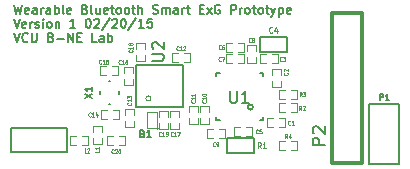
<source format=gto>
G04 (created by PCBNEW (2013-07-07 BZR 4022)-stable) date 2/20/2015 11:38:31 AM*
%MOIN*%
G04 Gerber Fmt 3.4, Leading zero omitted, Abs format*
%FSLAX34Y34*%
G01*
G70*
G90*
G04 APERTURE LIST*
%ADD10C,0.00590551*%
%ADD11C,0.005*%
%ADD12C,0.00295276*%
%ADD13C,0.0028*%
%ADD14C,0.012*%
%ADD15C,0.006*%
%ADD16C,0.0045*%
%ADD17C,0.008*%
G04 APERTURE END LIST*
G54D10*
G54D11*
X105011Y-49963D02*
X105082Y-50263D01*
X105139Y-50048D01*
X105197Y-50263D01*
X105268Y-49963D01*
X105497Y-50248D02*
X105468Y-50263D01*
X105411Y-50263D01*
X105382Y-50248D01*
X105368Y-50220D01*
X105368Y-50106D01*
X105382Y-50077D01*
X105411Y-50063D01*
X105468Y-50063D01*
X105497Y-50077D01*
X105511Y-50106D01*
X105511Y-50134D01*
X105368Y-50163D01*
X105768Y-50263D02*
X105768Y-50106D01*
X105754Y-50077D01*
X105725Y-50063D01*
X105668Y-50063D01*
X105639Y-50077D01*
X105768Y-50248D02*
X105739Y-50263D01*
X105668Y-50263D01*
X105639Y-50248D01*
X105625Y-50220D01*
X105625Y-50191D01*
X105639Y-50163D01*
X105668Y-50148D01*
X105739Y-50148D01*
X105768Y-50134D01*
X105911Y-50263D02*
X105911Y-50063D01*
X105911Y-50120D02*
X105925Y-50091D01*
X105939Y-50077D01*
X105968Y-50063D01*
X105997Y-50063D01*
X106225Y-50263D02*
X106225Y-50106D01*
X106211Y-50077D01*
X106182Y-50063D01*
X106125Y-50063D01*
X106097Y-50077D01*
X106225Y-50248D02*
X106197Y-50263D01*
X106125Y-50263D01*
X106097Y-50248D01*
X106082Y-50220D01*
X106082Y-50191D01*
X106097Y-50163D01*
X106125Y-50148D01*
X106197Y-50148D01*
X106225Y-50134D01*
X106368Y-50263D02*
X106368Y-49963D01*
X106368Y-50077D02*
X106397Y-50063D01*
X106454Y-50063D01*
X106482Y-50077D01*
X106497Y-50091D01*
X106511Y-50120D01*
X106511Y-50206D01*
X106497Y-50234D01*
X106482Y-50248D01*
X106454Y-50263D01*
X106397Y-50263D01*
X106368Y-50248D01*
X106682Y-50263D02*
X106654Y-50248D01*
X106639Y-50220D01*
X106639Y-49963D01*
X106911Y-50248D02*
X106882Y-50263D01*
X106825Y-50263D01*
X106797Y-50248D01*
X106782Y-50220D01*
X106782Y-50106D01*
X106797Y-50077D01*
X106825Y-50063D01*
X106882Y-50063D01*
X106911Y-50077D01*
X106925Y-50106D01*
X106925Y-50134D01*
X106782Y-50163D01*
X107382Y-50106D02*
X107425Y-50120D01*
X107439Y-50134D01*
X107454Y-50163D01*
X107454Y-50206D01*
X107439Y-50234D01*
X107425Y-50248D01*
X107397Y-50263D01*
X107282Y-50263D01*
X107282Y-49963D01*
X107382Y-49963D01*
X107411Y-49977D01*
X107425Y-49991D01*
X107439Y-50020D01*
X107439Y-50048D01*
X107425Y-50077D01*
X107411Y-50091D01*
X107382Y-50106D01*
X107282Y-50106D01*
X107625Y-50263D02*
X107597Y-50248D01*
X107582Y-50220D01*
X107582Y-49963D01*
X107868Y-50063D02*
X107868Y-50263D01*
X107739Y-50063D02*
X107739Y-50220D01*
X107754Y-50248D01*
X107782Y-50263D01*
X107825Y-50263D01*
X107854Y-50248D01*
X107868Y-50234D01*
X108125Y-50248D02*
X108097Y-50263D01*
X108039Y-50263D01*
X108011Y-50248D01*
X107997Y-50220D01*
X107997Y-50106D01*
X108011Y-50077D01*
X108039Y-50063D01*
X108097Y-50063D01*
X108125Y-50077D01*
X108139Y-50106D01*
X108139Y-50134D01*
X107997Y-50163D01*
X108225Y-50063D02*
X108339Y-50063D01*
X108268Y-49963D02*
X108268Y-50220D01*
X108282Y-50248D01*
X108311Y-50263D01*
X108339Y-50263D01*
X108482Y-50263D02*
X108454Y-50248D01*
X108439Y-50234D01*
X108425Y-50206D01*
X108425Y-50120D01*
X108439Y-50091D01*
X108454Y-50077D01*
X108482Y-50063D01*
X108525Y-50063D01*
X108554Y-50077D01*
X108568Y-50091D01*
X108582Y-50120D01*
X108582Y-50206D01*
X108568Y-50234D01*
X108554Y-50248D01*
X108525Y-50263D01*
X108482Y-50263D01*
X108754Y-50263D02*
X108725Y-50248D01*
X108711Y-50234D01*
X108697Y-50206D01*
X108697Y-50120D01*
X108711Y-50091D01*
X108725Y-50077D01*
X108754Y-50063D01*
X108797Y-50063D01*
X108825Y-50077D01*
X108839Y-50091D01*
X108854Y-50120D01*
X108854Y-50206D01*
X108839Y-50234D01*
X108825Y-50248D01*
X108797Y-50263D01*
X108754Y-50263D01*
X108939Y-50063D02*
X109054Y-50063D01*
X108982Y-49963D02*
X108982Y-50220D01*
X108997Y-50248D01*
X109025Y-50263D01*
X109054Y-50263D01*
X109154Y-50263D02*
X109154Y-49963D01*
X109282Y-50263D02*
X109282Y-50106D01*
X109268Y-50077D01*
X109239Y-50063D01*
X109197Y-50063D01*
X109168Y-50077D01*
X109154Y-50091D01*
X109639Y-50248D02*
X109682Y-50263D01*
X109754Y-50263D01*
X109782Y-50248D01*
X109797Y-50234D01*
X109811Y-50206D01*
X109811Y-50177D01*
X109797Y-50148D01*
X109782Y-50134D01*
X109754Y-50120D01*
X109697Y-50106D01*
X109668Y-50091D01*
X109654Y-50077D01*
X109639Y-50048D01*
X109639Y-50020D01*
X109654Y-49991D01*
X109668Y-49977D01*
X109697Y-49963D01*
X109768Y-49963D01*
X109811Y-49977D01*
X109939Y-50263D02*
X109939Y-50063D01*
X109939Y-50091D02*
X109954Y-50077D01*
X109982Y-50063D01*
X110025Y-50063D01*
X110054Y-50077D01*
X110068Y-50106D01*
X110068Y-50263D01*
X110068Y-50106D02*
X110082Y-50077D01*
X110111Y-50063D01*
X110154Y-50063D01*
X110182Y-50077D01*
X110197Y-50106D01*
X110197Y-50263D01*
X110468Y-50263D02*
X110468Y-50106D01*
X110454Y-50077D01*
X110425Y-50063D01*
X110368Y-50063D01*
X110339Y-50077D01*
X110468Y-50248D02*
X110439Y-50263D01*
X110368Y-50263D01*
X110339Y-50248D01*
X110325Y-50220D01*
X110325Y-50191D01*
X110339Y-50163D01*
X110368Y-50148D01*
X110439Y-50148D01*
X110468Y-50134D01*
X110611Y-50263D02*
X110611Y-50063D01*
X110611Y-50120D02*
X110625Y-50091D01*
X110639Y-50077D01*
X110668Y-50063D01*
X110697Y-50063D01*
X110754Y-50063D02*
X110868Y-50063D01*
X110797Y-49963D02*
X110797Y-50220D01*
X110811Y-50248D01*
X110839Y-50263D01*
X110868Y-50263D01*
X111197Y-50106D02*
X111297Y-50106D01*
X111339Y-50263D02*
X111197Y-50263D01*
X111197Y-49963D01*
X111339Y-49963D01*
X111439Y-50263D02*
X111597Y-50063D01*
X111439Y-50063D02*
X111597Y-50263D01*
X111868Y-49977D02*
X111839Y-49963D01*
X111797Y-49963D01*
X111754Y-49977D01*
X111725Y-50006D01*
X111711Y-50034D01*
X111697Y-50091D01*
X111697Y-50134D01*
X111711Y-50191D01*
X111725Y-50220D01*
X111754Y-50248D01*
X111797Y-50263D01*
X111825Y-50263D01*
X111868Y-50248D01*
X111882Y-50234D01*
X111882Y-50134D01*
X111825Y-50134D01*
X112239Y-50263D02*
X112239Y-49963D01*
X112354Y-49963D01*
X112382Y-49977D01*
X112397Y-49991D01*
X112411Y-50020D01*
X112411Y-50063D01*
X112397Y-50091D01*
X112382Y-50106D01*
X112354Y-50120D01*
X112239Y-50120D01*
X112539Y-50263D02*
X112539Y-50063D01*
X112539Y-50120D02*
X112554Y-50091D01*
X112568Y-50077D01*
X112597Y-50063D01*
X112625Y-50063D01*
X112768Y-50263D02*
X112739Y-50248D01*
X112725Y-50234D01*
X112711Y-50206D01*
X112711Y-50120D01*
X112725Y-50091D01*
X112739Y-50077D01*
X112768Y-50063D01*
X112811Y-50063D01*
X112839Y-50077D01*
X112854Y-50091D01*
X112868Y-50120D01*
X112868Y-50206D01*
X112854Y-50234D01*
X112839Y-50248D01*
X112811Y-50263D01*
X112768Y-50263D01*
X112954Y-50063D02*
X113068Y-50063D01*
X112997Y-49963D02*
X112997Y-50220D01*
X113011Y-50248D01*
X113039Y-50263D01*
X113068Y-50263D01*
X113211Y-50263D02*
X113182Y-50248D01*
X113168Y-50234D01*
X113154Y-50206D01*
X113154Y-50120D01*
X113168Y-50091D01*
X113182Y-50077D01*
X113211Y-50063D01*
X113254Y-50063D01*
X113282Y-50077D01*
X113297Y-50091D01*
X113311Y-50120D01*
X113311Y-50206D01*
X113297Y-50234D01*
X113282Y-50248D01*
X113254Y-50263D01*
X113211Y-50263D01*
X113397Y-50063D02*
X113511Y-50063D01*
X113439Y-49963D02*
X113439Y-50220D01*
X113454Y-50248D01*
X113482Y-50263D01*
X113511Y-50263D01*
X113582Y-50063D02*
X113654Y-50263D01*
X113725Y-50063D02*
X113654Y-50263D01*
X113625Y-50334D01*
X113611Y-50348D01*
X113582Y-50363D01*
X113839Y-50063D02*
X113839Y-50363D01*
X113839Y-50077D02*
X113868Y-50063D01*
X113925Y-50063D01*
X113954Y-50077D01*
X113968Y-50091D01*
X113982Y-50120D01*
X113982Y-50206D01*
X113968Y-50234D01*
X113954Y-50248D01*
X113925Y-50263D01*
X113868Y-50263D01*
X113839Y-50248D01*
X114225Y-50248D02*
X114197Y-50263D01*
X114139Y-50263D01*
X114111Y-50248D01*
X114097Y-50220D01*
X114097Y-50106D01*
X114111Y-50077D01*
X114139Y-50063D01*
X114197Y-50063D01*
X114225Y-50077D01*
X114239Y-50106D01*
X114239Y-50134D01*
X114097Y-50163D01*
X104997Y-50433D02*
X105097Y-50733D01*
X105197Y-50433D01*
X105411Y-50718D02*
X105382Y-50733D01*
X105325Y-50733D01*
X105297Y-50718D01*
X105282Y-50690D01*
X105282Y-50576D01*
X105297Y-50547D01*
X105325Y-50533D01*
X105382Y-50533D01*
X105411Y-50547D01*
X105425Y-50576D01*
X105425Y-50604D01*
X105282Y-50633D01*
X105554Y-50733D02*
X105554Y-50533D01*
X105554Y-50590D02*
X105568Y-50561D01*
X105582Y-50547D01*
X105611Y-50533D01*
X105639Y-50533D01*
X105725Y-50718D02*
X105754Y-50733D01*
X105811Y-50733D01*
X105839Y-50718D01*
X105854Y-50690D01*
X105854Y-50676D01*
X105839Y-50647D01*
X105811Y-50633D01*
X105768Y-50633D01*
X105739Y-50618D01*
X105725Y-50590D01*
X105725Y-50576D01*
X105739Y-50547D01*
X105768Y-50533D01*
X105811Y-50533D01*
X105839Y-50547D01*
X105982Y-50733D02*
X105982Y-50533D01*
X105982Y-50433D02*
X105968Y-50447D01*
X105982Y-50461D01*
X105997Y-50447D01*
X105982Y-50433D01*
X105982Y-50461D01*
X106168Y-50733D02*
X106139Y-50718D01*
X106125Y-50704D01*
X106111Y-50676D01*
X106111Y-50590D01*
X106125Y-50561D01*
X106139Y-50547D01*
X106168Y-50533D01*
X106211Y-50533D01*
X106239Y-50547D01*
X106254Y-50561D01*
X106268Y-50590D01*
X106268Y-50676D01*
X106254Y-50704D01*
X106239Y-50718D01*
X106211Y-50733D01*
X106168Y-50733D01*
X106397Y-50533D02*
X106397Y-50733D01*
X106397Y-50561D02*
X106411Y-50547D01*
X106439Y-50533D01*
X106482Y-50533D01*
X106511Y-50547D01*
X106525Y-50576D01*
X106525Y-50733D01*
X107054Y-50733D02*
X106882Y-50733D01*
X106968Y-50733D02*
X106968Y-50433D01*
X106939Y-50476D01*
X106911Y-50504D01*
X106882Y-50518D01*
X107468Y-50433D02*
X107497Y-50433D01*
X107525Y-50447D01*
X107539Y-50461D01*
X107554Y-50490D01*
X107568Y-50547D01*
X107568Y-50618D01*
X107554Y-50676D01*
X107539Y-50704D01*
X107525Y-50718D01*
X107497Y-50733D01*
X107468Y-50733D01*
X107439Y-50718D01*
X107425Y-50704D01*
X107411Y-50676D01*
X107397Y-50618D01*
X107397Y-50547D01*
X107411Y-50490D01*
X107425Y-50461D01*
X107439Y-50447D01*
X107468Y-50433D01*
X107682Y-50461D02*
X107697Y-50447D01*
X107725Y-50433D01*
X107797Y-50433D01*
X107825Y-50447D01*
X107839Y-50461D01*
X107854Y-50490D01*
X107854Y-50518D01*
X107839Y-50561D01*
X107668Y-50733D01*
X107854Y-50733D01*
X108197Y-50418D02*
X107939Y-50804D01*
X108282Y-50461D02*
X108297Y-50447D01*
X108325Y-50433D01*
X108397Y-50433D01*
X108425Y-50447D01*
X108439Y-50461D01*
X108454Y-50490D01*
X108454Y-50518D01*
X108439Y-50561D01*
X108268Y-50733D01*
X108454Y-50733D01*
X108639Y-50433D02*
X108668Y-50433D01*
X108697Y-50447D01*
X108711Y-50461D01*
X108725Y-50490D01*
X108739Y-50547D01*
X108739Y-50618D01*
X108725Y-50676D01*
X108711Y-50704D01*
X108697Y-50718D01*
X108668Y-50733D01*
X108639Y-50733D01*
X108611Y-50718D01*
X108597Y-50704D01*
X108582Y-50676D01*
X108568Y-50618D01*
X108568Y-50547D01*
X108582Y-50490D01*
X108597Y-50461D01*
X108611Y-50447D01*
X108639Y-50433D01*
X109082Y-50418D02*
X108825Y-50804D01*
X109339Y-50733D02*
X109168Y-50733D01*
X109254Y-50733D02*
X109254Y-50433D01*
X109225Y-50476D01*
X109197Y-50504D01*
X109168Y-50518D01*
X109611Y-50433D02*
X109468Y-50433D01*
X109454Y-50576D01*
X109468Y-50561D01*
X109497Y-50547D01*
X109568Y-50547D01*
X109597Y-50561D01*
X109611Y-50576D01*
X109625Y-50604D01*
X109625Y-50676D01*
X109611Y-50704D01*
X109597Y-50718D01*
X109568Y-50733D01*
X109497Y-50733D01*
X109468Y-50718D01*
X109454Y-50704D01*
X104997Y-50903D02*
X105097Y-51203D01*
X105197Y-50903D01*
X105468Y-51174D02*
X105454Y-51188D01*
X105411Y-51203D01*
X105382Y-51203D01*
X105339Y-51188D01*
X105311Y-51160D01*
X105297Y-51131D01*
X105282Y-51074D01*
X105282Y-51031D01*
X105297Y-50974D01*
X105311Y-50946D01*
X105339Y-50917D01*
X105382Y-50903D01*
X105411Y-50903D01*
X105454Y-50917D01*
X105468Y-50931D01*
X105597Y-50903D02*
X105597Y-51146D01*
X105611Y-51174D01*
X105625Y-51188D01*
X105654Y-51203D01*
X105711Y-51203D01*
X105739Y-51188D01*
X105754Y-51174D01*
X105768Y-51146D01*
X105768Y-50903D01*
X106239Y-51046D02*
X106282Y-51060D01*
X106297Y-51074D01*
X106311Y-51103D01*
X106311Y-51146D01*
X106297Y-51174D01*
X106282Y-51188D01*
X106254Y-51203D01*
X106139Y-51203D01*
X106139Y-50903D01*
X106239Y-50903D01*
X106268Y-50917D01*
X106282Y-50931D01*
X106297Y-50960D01*
X106297Y-50988D01*
X106282Y-51017D01*
X106268Y-51031D01*
X106239Y-51046D01*
X106139Y-51046D01*
X106439Y-51088D02*
X106668Y-51088D01*
X106811Y-51203D02*
X106811Y-50903D01*
X106982Y-51203D01*
X106982Y-50903D01*
X107125Y-51046D02*
X107225Y-51046D01*
X107268Y-51203D02*
X107125Y-51203D01*
X107125Y-50903D01*
X107268Y-50903D01*
X107768Y-51203D02*
X107625Y-51203D01*
X107625Y-50903D01*
X107997Y-51203D02*
X107997Y-51046D01*
X107982Y-51017D01*
X107954Y-51003D01*
X107897Y-51003D01*
X107868Y-51017D01*
X107997Y-51188D02*
X107968Y-51203D01*
X107897Y-51203D01*
X107868Y-51188D01*
X107854Y-51160D01*
X107854Y-51131D01*
X107868Y-51103D01*
X107897Y-51088D01*
X107968Y-51088D01*
X107997Y-51074D01*
X108139Y-51203D02*
X108139Y-50903D01*
X108139Y-51017D02*
X108168Y-51003D01*
X108225Y-51003D01*
X108254Y-51017D01*
X108268Y-51031D01*
X108282Y-51060D01*
X108282Y-51146D01*
X108268Y-51174D01*
X108254Y-51188D01*
X108225Y-51203D01*
X108168Y-51203D01*
X108139Y-51188D01*
G54D10*
X108191Y-52497D02*
X108211Y-52497D01*
X108191Y-52497D02*
X108172Y-52497D01*
X108191Y-53285D02*
X108211Y-53285D01*
X108191Y-53285D02*
X108172Y-53285D01*
X108506Y-52891D02*
X108506Y-52832D01*
X108506Y-52891D02*
X108506Y-52950D01*
X107876Y-52891D02*
X107876Y-52832D01*
X107876Y-52891D02*
X107876Y-52950D01*
G54D12*
X109784Y-54129D02*
G75*
G03X109843Y-54070I0J59D01*
G74*
G01*
X109784Y-53519D02*
X109784Y-54070D01*
X109784Y-54070D02*
X109430Y-54070D01*
X109430Y-54070D02*
X109430Y-53519D01*
X109430Y-53519D02*
X109784Y-53519D01*
G54D11*
X113021Y-54903D02*
X112121Y-54903D01*
X112121Y-54903D02*
X112121Y-54403D01*
X112121Y-54403D02*
X113021Y-54403D01*
X113021Y-54403D02*
X113021Y-54903D01*
G54D13*
X112750Y-54342D02*
X112950Y-54342D01*
X112950Y-54342D02*
X112950Y-54042D01*
X112950Y-54042D02*
X112750Y-54042D01*
X112550Y-54342D02*
X112350Y-54342D01*
X112350Y-54342D02*
X112350Y-54042D01*
X112350Y-54042D02*
X112550Y-54042D01*
X113597Y-51917D02*
X113797Y-51917D01*
X113797Y-51917D02*
X113797Y-51617D01*
X113797Y-51617D02*
X113597Y-51617D01*
X113397Y-51917D02*
X113197Y-51917D01*
X113197Y-51917D02*
X113197Y-51617D01*
X113197Y-51617D02*
X113397Y-51617D01*
X112490Y-51909D02*
X112690Y-51909D01*
X112690Y-51909D02*
X112690Y-51609D01*
X112690Y-51609D02*
X112490Y-51609D01*
X112290Y-51909D02*
X112090Y-51909D01*
X112090Y-51909D02*
X112090Y-51609D01*
X112090Y-51609D02*
X112290Y-51609D01*
X111497Y-53541D02*
X111497Y-53341D01*
X111497Y-53341D02*
X111197Y-53341D01*
X111197Y-53341D02*
X111197Y-53541D01*
X111497Y-53741D02*
X111497Y-53941D01*
X111497Y-53941D02*
X111197Y-53941D01*
X111197Y-53941D02*
X111197Y-53741D01*
X111833Y-54413D02*
X112033Y-54413D01*
X112033Y-54413D02*
X112033Y-54113D01*
X112033Y-54113D02*
X111833Y-54113D01*
X111633Y-54413D02*
X111433Y-54413D01*
X111433Y-54413D02*
X111433Y-54113D01*
X111433Y-54113D02*
X111633Y-54113D01*
X112791Y-51713D02*
X112791Y-51913D01*
X112791Y-51913D02*
X113091Y-51913D01*
X113091Y-51913D02*
X113091Y-51713D01*
X112791Y-51513D02*
X112791Y-51313D01*
X112791Y-51313D02*
X113091Y-51313D01*
X113091Y-51313D02*
X113091Y-51513D01*
X113829Y-54043D02*
X114029Y-54043D01*
X114029Y-54043D02*
X114029Y-53743D01*
X114029Y-53743D02*
X113829Y-53743D01*
X113629Y-54043D02*
X113429Y-54043D01*
X113429Y-54043D02*
X113429Y-53743D01*
X113429Y-53743D02*
X113629Y-53743D01*
X113924Y-52287D02*
X113924Y-52087D01*
X113924Y-52087D02*
X113624Y-52087D01*
X113624Y-52087D02*
X113624Y-52287D01*
X113924Y-52487D02*
X113924Y-52687D01*
X113924Y-52687D02*
X113624Y-52687D01*
X113624Y-52687D02*
X113624Y-52487D01*
X109090Y-51631D02*
X109090Y-51831D01*
X109090Y-51831D02*
X109390Y-51831D01*
X109390Y-51831D02*
X109390Y-51631D01*
X109090Y-51431D02*
X109090Y-51231D01*
X109090Y-51231D02*
X109390Y-51231D01*
X109390Y-51231D02*
X109390Y-51431D01*
X108692Y-52438D02*
X108692Y-52638D01*
X108692Y-52638D02*
X108992Y-52638D01*
X108992Y-52638D02*
X108992Y-52438D01*
X108692Y-52238D02*
X108692Y-52038D01*
X108692Y-52038D02*
X108992Y-52038D01*
X108992Y-52038D02*
X108992Y-52238D01*
X108099Y-53465D02*
X107899Y-53465D01*
X107899Y-53465D02*
X107899Y-53765D01*
X107899Y-53765D02*
X108099Y-53765D01*
X108299Y-53465D02*
X108499Y-53465D01*
X108499Y-53465D02*
X108499Y-53765D01*
X108499Y-53765D02*
X108299Y-53765D01*
X108272Y-52313D02*
X108472Y-52313D01*
X108472Y-52313D02*
X108472Y-52013D01*
X108472Y-52013D02*
X108272Y-52013D01*
X108072Y-52313D02*
X107872Y-52313D01*
X107872Y-52313D02*
X107872Y-52013D01*
X107872Y-52013D02*
X108072Y-52013D01*
X110521Y-53710D02*
X110521Y-53510D01*
X110521Y-53510D02*
X110221Y-53510D01*
X110221Y-53510D02*
X110221Y-53710D01*
X110521Y-53910D02*
X110521Y-54110D01*
X110521Y-54110D02*
X110221Y-54110D01*
X110221Y-54110D02*
X110221Y-53910D01*
X110475Y-51574D02*
X110275Y-51574D01*
X110275Y-51574D02*
X110275Y-51874D01*
X110275Y-51874D02*
X110475Y-51874D01*
X110675Y-51574D02*
X110875Y-51574D01*
X110875Y-51574D02*
X110875Y-51874D01*
X110875Y-51874D02*
X110675Y-51874D01*
X109013Y-53624D02*
X109013Y-53424D01*
X109013Y-53424D02*
X108713Y-53424D01*
X108713Y-53424D02*
X108713Y-53624D01*
X109013Y-53824D02*
X109013Y-54024D01*
X109013Y-54024D02*
X108713Y-54024D01*
X108713Y-54024D02*
X108713Y-53824D01*
X110150Y-53710D02*
X110150Y-53510D01*
X110150Y-53510D02*
X109850Y-53510D01*
X109850Y-53510D02*
X109850Y-53710D01*
X110150Y-53910D02*
X110150Y-54110D01*
X110150Y-54110D02*
X109850Y-54110D01*
X109850Y-54110D02*
X109850Y-53910D01*
G54D11*
X114112Y-51545D02*
X113212Y-51545D01*
X113212Y-51545D02*
X113212Y-51045D01*
X113212Y-51045D02*
X114112Y-51045D01*
X114112Y-51045D02*
X114112Y-51545D01*
G54D13*
X111135Y-53545D02*
X111135Y-53345D01*
X111135Y-53345D02*
X110835Y-53345D01*
X110835Y-53345D02*
X110835Y-53545D01*
X111135Y-53745D02*
X111135Y-53945D01*
X111135Y-53945D02*
X110835Y-53945D01*
X110835Y-53945D02*
X110835Y-53745D01*
X112486Y-51531D02*
X112686Y-51531D01*
X112686Y-51531D02*
X112686Y-51231D01*
X112686Y-51231D02*
X112486Y-51231D01*
X112286Y-51531D02*
X112086Y-51531D01*
X112086Y-51531D02*
X112086Y-51231D01*
X112086Y-51231D02*
X112286Y-51231D01*
X114234Y-53535D02*
X114434Y-53535D01*
X114434Y-53535D02*
X114434Y-53235D01*
X114434Y-53235D02*
X114234Y-53235D01*
X114034Y-53535D02*
X113834Y-53535D01*
X113834Y-53535D02*
X113834Y-53235D01*
X113834Y-53235D02*
X114034Y-53235D01*
X114038Y-52810D02*
X113838Y-52810D01*
X113838Y-52810D02*
X113838Y-53110D01*
X113838Y-53110D02*
X114038Y-53110D01*
X114238Y-52810D02*
X114438Y-52810D01*
X114438Y-52810D02*
X114438Y-53110D01*
X114438Y-53110D02*
X114238Y-53110D01*
X114232Y-54801D02*
X114432Y-54801D01*
X114432Y-54801D02*
X114432Y-54501D01*
X114432Y-54501D02*
X114232Y-54501D01*
X114032Y-54801D02*
X113832Y-54801D01*
X113832Y-54801D02*
X113832Y-54501D01*
X113832Y-54501D02*
X114032Y-54501D01*
G54D10*
X104899Y-54083D02*
X106789Y-54083D01*
X106789Y-54083D02*
X106789Y-54871D01*
X106750Y-54871D02*
X104899Y-54871D01*
X104899Y-54871D02*
X104899Y-54083D01*
X106789Y-54871D02*
X106750Y-54871D01*
G54D13*
X107265Y-54638D02*
X107465Y-54638D01*
X107465Y-54638D02*
X107465Y-54338D01*
X107465Y-54338D02*
X107265Y-54338D01*
X107065Y-54638D02*
X106865Y-54638D01*
X106865Y-54638D02*
X106865Y-54338D01*
X106865Y-54338D02*
X107065Y-54338D01*
X107645Y-54411D02*
X107645Y-54611D01*
X107645Y-54611D02*
X107945Y-54611D01*
X107945Y-54611D02*
X107945Y-54411D01*
X107645Y-54211D02*
X107645Y-54011D01*
X107645Y-54011D02*
X107945Y-54011D01*
X107945Y-54011D02*
X107945Y-54211D01*
X108525Y-54638D02*
X108725Y-54638D01*
X108725Y-54638D02*
X108725Y-54338D01*
X108725Y-54338D02*
X108525Y-54338D01*
X108325Y-54638D02*
X108125Y-54638D01*
X108125Y-54638D02*
X108125Y-54338D01*
X108125Y-54338D02*
X108325Y-54338D01*
G54D14*
X116618Y-50240D02*
X115618Y-50240D01*
X115618Y-55240D02*
X116618Y-55240D01*
X116618Y-50240D02*
X116618Y-55240D01*
X115618Y-55240D02*
X115618Y-50240D01*
G54D15*
X116846Y-53271D02*
X117846Y-53271D01*
X117846Y-53271D02*
X117846Y-55271D01*
X117846Y-55271D02*
X116846Y-55271D01*
X116846Y-55271D02*
X116846Y-53271D01*
G54D10*
X109082Y-53377D02*
X109082Y-51960D01*
X109082Y-51960D02*
X110657Y-51960D01*
X110657Y-51960D02*
X110657Y-53377D01*
X110657Y-53377D02*
X109082Y-53377D01*
G54D12*
X109575Y-53082D02*
G75*
G03X109575Y-53082I-83J0D01*
G74*
G01*
G54D10*
X112976Y-53371D02*
G75*
G03X112976Y-53371I-88J0D01*
G74*
G01*
X113321Y-52230D02*
X113203Y-52230D01*
X113321Y-52230D02*
X113321Y-52348D01*
X111747Y-52230D02*
X111865Y-52230D01*
X111747Y-52230D02*
X111747Y-52348D01*
X111747Y-53804D02*
X111747Y-53686D01*
X111747Y-53804D02*
X111865Y-53804D01*
X113321Y-53804D02*
X113321Y-53686D01*
X113321Y-53804D02*
X113203Y-53804D01*
X107382Y-53082D02*
X107618Y-52925D01*
X107382Y-52925D02*
X107618Y-53082D01*
X107618Y-52711D02*
X107618Y-52846D01*
X107618Y-52779D02*
X107382Y-52779D01*
X107415Y-52801D01*
X107438Y-52824D01*
X107449Y-52846D01*
X109303Y-54255D02*
X109336Y-54266D01*
X109348Y-54277D01*
X109359Y-54300D01*
X109359Y-54333D01*
X109348Y-54356D01*
X109336Y-54367D01*
X109314Y-54378D01*
X109224Y-54378D01*
X109224Y-54142D01*
X109303Y-54142D01*
X109325Y-54153D01*
X109336Y-54165D01*
X109348Y-54187D01*
X109348Y-54210D01*
X109336Y-54232D01*
X109325Y-54243D01*
X109303Y-54255D01*
X109224Y-54255D01*
X109584Y-54378D02*
X109449Y-54378D01*
X109516Y-54378D02*
X109516Y-54142D01*
X109494Y-54176D01*
X109471Y-54198D01*
X109449Y-54210D01*
G54D16*
X113240Y-54748D02*
X113180Y-54652D01*
X113137Y-54748D02*
X113137Y-54548D01*
X113206Y-54548D01*
X113223Y-54557D01*
X113232Y-54567D01*
X113240Y-54586D01*
X113240Y-54614D01*
X113232Y-54633D01*
X113223Y-54643D01*
X113206Y-54652D01*
X113137Y-54652D01*
X113412Y-54748D02*
X113309Y-54748D01*
X113360Y-54748D02*
X113360Y-54548D01*
X113343Y-54576D01*
X113326Y-54595D01*
X113309Y-54605D01*
G54D13*
X113148Y-54237D02*
X113142Y-54243D01*
X113125Y-54250D01*
X113114Y-54250D01*
X113096Y-54243D01*
X113085Y-54230D01*
X113079Y-54217D01*
X113074Y-54191D01*
X113074Y-54171D01*
X113079Y-54145D01*
X113085Y-54132D01*
X113096Y-54119D01*
X113114Y-54112D01*
X113125Y-54112D01*
X113142Y-54119D01*
X113148Y-54125D01*
X113256Y-54112D02*
X113199Y-54112D01*
X113194Y-54178D01*
X113199Y-54171D01*
X113211Y-54165D01*
X113239Y-54165D01*
X113251Y-54171D01*
X113256Y-54178D01*
X113262Y-54191D01*
X113262Y-54224D01*
X113256Y-54237D01*
X113251Y-54243D01*
X113239Y-54250D01*
X113211Y-54250D01*
X113199Y-54243D01*
X113194Y-54237D01*
X113937Y-51822D02*
X113931Y-51828D01*
X113914Y-51835D01*
X113903Y-51835D01*
X113886Y-51828D01*
X113874Y-51815D01*
X113869Y-51802D01*
X113863Y-51776D01*
X113863Y-51756D01*
X113869Y-51730D01*
X113874Y-51716D01*
X113886Y-51703D01*
X113903Y-51697D01*
X113914Y-51697D01*
X113931Y-51703D01*
X113937Y-51710D01*
X113977Y-51697D02*
X114051Y-51697D01*
X114011Y-51749D01*
X114029Y-51749D01*
X114040Y-51756D01*
X114046Y-51762D01*
X114051Y-51776D01*
X114051Y-51808D01*
X114046Y-51822D01*
X114040Y-51828D01*
X114029Y-51835D01*
X113994Y-51835D01*
X113983Y-51828D01*
X113977Y-51822D01*
X111902Y-51822D02*
X111896Y-51828D01*
X111879Y-51835D01*
X111867Y-51835D01*
X111850Y-51828D01*
X111839Y-51815D01*
X111833Y-51802D01*
X111827Y-51776D01*
X111827Y-51756D01*
X111833Y-51730D01*
X111839Y-51716D01*
X111850Y-51703D01*
X111867Y-51697D01*
X111879Y-51697D01*
X111896Y-51703D01*
X111902Y-51710D01*
X111942Y-51697D02*
X112022Y-51697D01*
X111970Y-51835D01*
X111404Y-53151D02*
X111411Y-53157D01*
X111418Y-53174D01*
X111418Y-53186D01*
X111411Y-53203D01*
X111398Y-53214D01*
X111385Y-53220D01*
X111358Y-53226D01*
X111339Y-53226D01*
X111312Y-53220D01*
X111299Y-53214D01*
X111286Y-53203D01*
X111280Y-53186D01*
X111280Y-53174D01*
X111286Y-53157D01*
X111293Y-53151D01*
X111418Y-53037D02*
X111418Y-53106D01*
X111418Y-53071D02*
X111280Y-53071D01*
X111299Y-53083D01*
X111312Y-53094D01*
X111319Y-53106D01*
X111280Y-52963D02*
X111280Y-52951D01*
X111286Y-52940D01*
X111293Y-52934D01*
X111306Y-52929D01*
X111332Y-52923D01*
X111365Y-52923D01*
X111391Y-52929D01*
X111404Y-52934D01*
X111411Y-52940D01*
X111418Y-52951D01*
X111418Y-52963D01*
X111411Y-52974D01*
X111404Y-52980D01*
X111391Y-52986D01*
X111365Y-52991D01*
X111332Y-52991D01*
X111306Y-52986D01*
X111293Y-52980D01*
X111286Y-52974D01*
X111280Y-52963D01*
X111713Y-54660D02*
X111707Y-54667D01*
X111690Y-54673D01*
X111678Y-54673D01*
X111661Y-54667D01*
X111650Y-54654D01*
X111644Y-54640D01*
X111638Y-54614D01*
X111638Y-54594D01*
X111644Y-54568D01*
X111650Y-54555D01*
X111661Y-54542D01*
X111678Y-54535D01*
X111690Y-54535D01*
X111707Y-54542D01*
X111713Y-54548D01*
X111770Y-54673D02*
X111793Y-54673D01*
X111804Y-54667D01*
X111810Y-54660D01*
X111821Y-54640D01*
X111827Y-54614D01*
X111827Y-54562D01*
X111821Y-54548D01*
X111816Y-54542D01*
X111804Y-54535D01*
X111781Y-54535D01*
X111770Y-54542D01*
X111764Y-54548D01*
X111758Y-54562D01*
X111758Y-54594D01*
X111764Y-54608D01*
X111770Y-54614D01*
X111781Y-54621D01*
X111804Y-54621D01*
X111816Y-54614D01*
X111821Y-54608D01*
X111827Y-54594D01*
X112906Y-51196D02*
X112900Y-51202D01*
X112883Y-51209D01*
X112871Y-51209D01*
X112854Y-51202D01*
X112843Y-51189D01*
X112837Y-51176D01*
X112831Y-51150D01*
X112831Y-51130D01*
X112837Y-51104D01*
X112843Y-51090D01*
X112854Y-51077D01*
X112871Y-51071D01*
X112883Y-51071D01*
X112900Y-51077D01*
X112906Y-51084D01*
X112974Y-51130D02*
X112963Y-51123D01*
X112957Y-51117D01*
X112951Y-51104D01*
X112951Y-51097D01*
X112957Y-51084D01*
X112963Y-51077D01*
X112974Y-51071D01*
X112997Y-51071D01*
X113009Y-51077D01*
X113014Y-51084D01*
X113020Y-51097D01*
X113020Y-51104D01*
X113014Y-51117D01*
X113009Y-51123D01*
X112997Y-51130D01*
X112974Y-51130D01*
X112963Y-51136D01*
X112957Y-51143D01*
X112951Y-51156D01*
X112951Y-51182D01*
X112957Y-51196D01*
X112963Y-51202D01*
X112974Y-51209D01*
X112997Y-51209D01*
X113009Y-51202D01*
X113014Y-51196D01*
X113020Y-51182D01*
X113020Y-51156D01*
X113014Y-51143D01*
X113009Y-51136D01*
X112997Y-51130D01*
X114220Y-53956D02*
X114214Y-53962D01*
X114197Y-53969D01*
X114185Y-53969D01*
X114168Y-53962D01*
X114157Y-53949D01*
X114151Y-53936D01*
X114145Y-53910D01*
X114145Y-53890D01*
X114151Y-53864D01*
X114157Y-53850D01*
X114168Y-53837D01*
X114185Y-53831D01*
X114197Y-53831D01*
X114214Y-53837D01*
X114220Y-53844D01*
X114334Y-53969D02*
X114265Y-53969D01*
X114300Y-53969D02*
X114300Y-53831D01*
X114288Y-53850D01*
X114277Y-53864D01*
X114265Y-53870D01*
X114126Y-52224D02*
X114132Y-52230D01*
X114139Y-52247D01*
X114139Y-52258D01*
X114132Y-52275D01*
X114119Y-52287D01*
X114106Y-52293D01*
X114080Y-52298D01*
X114060Y-52298D01*
X114034Y-52293D01*
X114021Y-52287D01*
X114008Y-52275D01*
X114001Y-52258D01*
X114001Y-52247D01*
X114008Y-52230D01*
X114014Y-52224D01*
X114014Y-52178D02*
X114008Y-52173D01*
X114001Y-52161D01*
X114001Y-52133D01*
X114008Y-52121D01*
X114014Y-52115D01*
X114027Y-52110D01*
X114040Y-52110D01*
X114060Y-52115D01*
X114139Y-52184D01*
X114139Y-52110D01*
X108952Y-51466D02*
X108958Y-51472D01*
X108965Y-51489D01*
X108965Y-51501D01*
X108958Y-51518D01*
X108945Y-51529D01*
X108932Y-51535D01*
X108906Y-51541D01*
X108886Y-51541D01*
X108860Y-51535D01*
X108847Y-51529D01*
X108833Y-51518D01*
X108827Y-51501D01*
X108827Y-51489D01*
X108833Y-51472D01*
X108840Y-51466D01*
X108965Y-51352D02*
X108965Y-51421D01*
X108965Y-51386D02*
X108827Y-51386D01*
X108847Y-51398D01*
X108860Y-51409D01*
X108866Y-51421D01*
X108886Y-51284D02*
X108879Y-51295D01*
X108873Y-51301D01*
X108860Y-51306D01*
X108853Y-51306D01*
X108840Y-51301D01*
X108833Y-51295D01*
X108827Y-51284D01*
X108827Y-51261D01*
X108833Y-51249D01*
X108840Y-51244D01*
X108853Y-51238D01*
X108860Y-51238D01*
X108873Y-51244D01*
X108879Y-51249D01*
X108886Y-51261D01*
X108886Y-51284D01*
X108893Y-51295D01*
X108899Y-51301D01*
X108912Y-51306D01*
X108939Y-51306D01*
X108952Y-51301D01*
X108958Y-51295D01*
X108965Y-51284D01*
X108965Y-51261D01*
X108958Y-51249D01*
X108952Y-51244D01*
X108939Y-51238D01*
X108912Y-51238D01*
X108899Y-51244D01*
X108893Y-51249D01*
X108886Y-51261D01*
X108564Y-51920D02*
X108558Y-51927D01*
X108541Y-51933D01*
X108530Y-51933D01*
X108513Y-51927D01*
X108501Y-51914D01*
X108496Y-51900D01*
X108490Y-51874D01*
X108490Y-51854D01*
X108496Y-51828D01*
X108501Y-51815D01*
X108513Y-51802D01*
X108530Y-51795D01*
X108541Y-51795D01*
X108558Y-51802D01*
X108564Y-51808D01*
X108678Y-51933D02*
X108610Y-51933D01*
X108644Y-51933D02*
X108644Y-51795D01*
X108633Y-51815D01*
X108621Y-51828D01*
X108610Y-51835D01*
X108781Y-51795D02*
X108758Y-51795D01*
X108747Y-51802D01*
X108741Y-51808D01*
X108730Y-51828D01*
X108724Y-51854D01*
X108724Y-51907D01*
X108730Y-51920D01*
X108736Y-51927D01*
X108747Y-51933D01*
X108770Y-51933D01*
X108781Y-51927D01*
X108787Y-51920D01*
X108793Y-51907D01*
X108793Y-51874D01*
X108787Y-51861D01*
X108781Y-51854D01*
X108770Y-51848D01*
X108747Y-51848D01*
X108736Y-51854D01*
X108730Y-51861D01*
X108724Y-51874D01*
X107568Y-53676D02*
X107562Y-53683D01*
X107545Y-53689D01*
X107534Y-53689D01*
X107517Y-53683D01*
X107505Y-53670D01*
X107499Y-53656D01*
X107494Y-53630D01*
X107494Y-53610D01*
X107499Y-53584D01*
X107505Y-53571D01*
X107517Y-53558D01*
X107534Y-53551D01*
X107545Y-53551D01*
X107562Y-53558D01*
X107568Y-53564D01*
X107682Y-53689D02*
X107614Y-53689D01*
X107648Y-53689D02*
X107648Y-53551D01*
X107637Y-53571D01*
X107625Y-53584D01*
X107614Y-53591D01*
X107785Y-53597D02*
X107785Y-53689D01*
X107757Y-53545D02*
X107728Y-53643D01*
X107802Y-53643D01*
X107919Y-51912D02*
X107914Y-51919D01*
X107897Y-51925D01*
X107885Y-51925D01*
X107868Y-51919D01*
X107857Y-51906D01*
X107851Y-51892D01*
X107845Y-51866D01*
X107845Y-51846D01*
X107851Y-51820D01*
X107857Y-51807D01*
X107868Y-51794D01*
X107885Y-51787D01*
X107897Y-51787D01*
X107914Y-51794D01*
X107919Y-51800D01*
X108034Y-51925D02*
X107965Y-51925D01*
X107999Y-51925D02*
X107999Y-51787D01*
X107988Y-51807D01*
X107977Y-51820D01*
X107965Y-51827D01*
X108142Y-51787D02*
X108085Y-51787D01*
X108079Y-51853D01*
X108085Y-51846D01*
X108097Y-51840D01*
X108125Y-51840D01*
X108137Y-51846D01*
X108142Y-51853D01*
X108148Y-51866D01*
X108148Y-51899D01*
X108142Y-51912D01*
X108137Y-51919D01*
X108125Y-51925D01*
X108097Y-51925D01*
X108085Y-51919D01*
X108079Y-51912D01*
X110305Y-54322D02*
X110300Y-54328D01*
X110282Y-54335D01*
X110271Y-54335D01*
X110254Y-54328D01*
X110242Y-54315D01*
X110237Y-54302D01*
X110231Y-54276D01*
X110231Y-54256D01*
X110237Y-54230D01*
X110242Y-54216D01*
X110254Y-54203D01*
X110271Y-54197D01*
X110282Y-54197D01*
X110300Y-54203D01*
X110305Y-54210D01*
X110420Y-54335D02*
X110351Y-54335D01*
X110385Y-54335D02*
X110385Y-54197D01*
X110374Y-54216D01*
X110362Y-54230D01*
X110351Y-54236D01*
X110460Y-54197D02*
X110540Y-54197D01*
X110488Y-54335D01*
X110497Y-51467D02*
X110491Y-51474D01*
X110474Y-51481D01*
X110463Y-51481D01*
X110446Y-51474D01*
X110434Y-51461D01*
X110429Y-51448D01*
X110423Y-51421D01*
X110423Y-51402D01*
X110429Y-51375D01*
X110434Y-51362D01*
X110446Y-51349D01*
X110463Y-51343D01*
X110474Y-51343D01*
X110491Y-51349D01*
X110497Y-51356D01*
X110611Y-51481D02*
X110543Y-51481D01*
X110577Y-51481D02*
X110577Y-51343D01*
X110566Y-51362D01*
X110554Y-51375D01*
X110543Y-51382D01*
X110657Y-51356D02*
X110663Y-51349D01*
X110674Y-51343D01*
X110703Y-51343D01*
X110714Y-51349D01*
X110720Y-51356D01*
X110726Y-51369D01*
X110726Y-51382D01*
X110720Y-51402D01*
X110651Y-51481D01*
X110726Y-51481D01*
X108912Y-53226D02*
X108919Y-53232D01*
X108925Y-53249D01*
X108925Y-53261D01*
X108919Y-53278D01*
X108906Y-53289D01*
X108893Y-53295D01*
X108866Y-53301D01*
X108847Y-53301D01*
X108820Y-53295D01*
X108807Y-53289D01*
X108794Y-53278D01*
X108787Y-53261D01*
X108787Y-53249D01*
X108794Y-53232D01*
X108801Y-53226D01*
X108925Y-53112D02*
X108925Y-53181D01*
X108925Y-53146D02*
X108787Y-53146D01*
X108807Y-53158D01*
X108820Y-53169D01*
X108827Y-53181D01*
X108787Y-53072D02*
X108787Y-52998D01*
X108840Y-53038D01*
X108840Y-53021D01*
X108847Y-53009D01*
X108853Y-53003D01*
X108866Y-52998D01*
X108899Y-52998D01*
X108912Y-53003D01*
X108919Y-53009D01*
X108925Y-53021D01*
X108925Y-53055D01*
X108919Y-53066D01*
X108912Y-53072D01*
X109912Y-54322D02*
X109906Y-54328D01*
X109889Y-54335D01*
X109877Y-54335D01*
X109860Y-54328D01*
X109849Y-54315D01*
X109843Y-54302D01*
X109837Y-54276D01*
X109837Y-54256D01*
X109843Y-54230D01*
X109849Y-54216D01*
X109860Y-54203D01*
X109877Y-54197D01*
X109889Y-54197D01*
X109906Y-54203D01*
X109912Y-54210D01*
X110026Y-54335D02*
X109957Y-54335D01*
X109992Y-54335D02*
X109992Y-54197D01*
X109980Y-54216D01*
X109969Y-54230D01*
X109957Y-54236D01*
X110083Y-54335D02*
X110106Y-54335D01*
X110117Y-54328D01*
X110123Y-54322D01*
X110134Y-54302D01*
X110140Y-54276D01*
X110140Y-54223D01*
X110134Y-54210D01*
X110129Y-54203D01*
X110117Y-54197D01*
X110094Y-54197D01*
X110083Y-54203D01*
X110077Y-54210D01*
X110072Y-54223D01*
X110072Y-54256D01*
X110077Y-54269D01*
X110083Y-54276D01*
X110094Y-54282D01*
X110117Y-54282D01*
X110129Y-54276D01*
X110134Y-54269D01*
X110140Y-54256D01*
G54D16*
X113623Y-50876D02*
X113614Y-50886D01*
X113589Y-50895D01*
X113572Y-50895D01*
X113546Y-50886D01*
X113529Y-50867D01*
X113520Y-50848D01*
X113512Y-50810D01*
X113512Y-50781D01*
X113520Y-50743D01*
X113529Y-50724D01*
X113546Y-50705D01*
X113572Y-50695D01*
X113589Y-50695D01*
X113614Y-50705D01*
X113623Y-50714D01*
X113777Y-50762D02*
X113777Y-50895D01*
X113734Y-50686D02*
X113692Y-50829D01*
X113803Y-50829D01*
G54D13*
X111034Y-53151D02*
X111041Y-53157D01*
X111047Y-53174D01*
X111047Y-53186D01*
X111041Y-53203D01*
X111028Y-53214D01*
X111015Y-53220D01*
X110988Y-53226D01*
X110969Y-53226D01*
X110942Y-53220D01*
X110929Y-53214D01*
X110916Y-53203D01*
X110909Y-53186D01*
X110909Y-53174D01*
X110916Y-53157D01*
X110923Y-53151D01*
X111047Y-53037D02*
X111047Y-53106D01*
X111047Y-53071D02*
X110909Y-53071D01*
X110929Y-53083D01*
X110942Y-53094D01*
X110949Y-53106D01*
X111047Y-52923D02*
X111047Y-52991D01*
X111047Y-52957D02*
X110909Y-52957D01*
X110929Y-52969D01*
X110942Y-52980D01*
X110949Y-52991D01*
X111909Y-51424D02*
X111903Y-51431D01*
X111886Y-51437D01*
X111874Y-51437D01*
X111857Y-51431D01*
X111846Y-51418D01*
X111840Y-51404D01*
X111834Y-51378D01*
X111834Y-51358D01*
X111840Y-51332D01*
X111846Y-51319D01*
X111857Y-51306D01*
X111874Y-51299D01*
X111886Y-51299D01*
X111903Y-51306D01*
X111909Y-51312D01*
X112011Y-51299D02*
X111989Y-51299D01*
X111977Y-51306D01*
X111971Y-51312D01*
X111960Y-51332D01*
X111954Y-51358D01*
X111954Y-51411D01*
X111960Y-51424D01*
X111966Y-51431D01*
X111977Y-51437D01*
X112000Y-51437D01*
X112011Y-51431D01*
X112017Y-51424D01*
X112023Y-51411D01*
X112023Y-51378D01*
X112017Y-51365D01*
X112011Y-51358D01*
X112000Y-51352D01*
X111977Y-51352D01*
X111966Y-51358D01*
X111960Y-51365D01*
X111954Y-51378D01*
X114590Y-53457D02*
X114550Y-53391D01*
X114521Y-53457D02*
X114521Y-53319D01*
X114567Y-53319D01*
X114578Y-53326D01*
X114584Y-53332D01*
X114590Y-53345D01*
X114590Y-53365D01*
X114584Y-53378D01*
X114578Y-53385D01*
X114567Y-53391D01*
X114521Y-53391D01*
X114635Y-53332D02*
X114641Y-53326D01*
X114653Y-53319D01*
X114681Y-53319D01*
X114693Y-53326D01*
X114698Y-53332D01*
X114704Y-53345D01*
X114704Y-53358D01*
X114698Y-53378D01*
X114630Y-53457D01*
X114704Y-53457D01*
X114598Y-53016D02*
X114558Y-52950D01*
X114529Y-53016D02*
X114529Y-52878D01*
X114575Y-52878D01*
X114586Y-52885D01*
X114592Y-52891D01*
X114598Y-52904D01*
X114598Y-52924D01*
X114592Y-52937D01*
X114586Y-52944D01*
X114575Y-52950D01*
X114529Y-52950D01*
X114638Y-52878D02*
X114712Y-52878D01*
X114672Y-52931D01*
X114689Y-52931D01*
X114700Y-52937D01*
X114706Y-52944D01*
X114712Y-52957D01*
X114712Y-52990D01*
X114706Y-53003D01*
X114700Y-53009D01*
X114689Y-53016D01*
X114655Y-53016D01*
X114643Y-53009D01*
X114638Y-53003D01*
X114121Y-54402D02*
X114081Y-54336D01*
X114053Y-54402D02*
X114053Y-54264D01*
X114098Y-54264D01*
X114110Y-54270D01*
X114116Y-54277D01*
X114121Y-54290D01*
X114121Y-54310D01*
X114116Y-54323D01*
X114110Y-54330D01*
X114098Y-54336D01*
X114053Y-54336D01*
X114224Y-54310D02*
X114224Y-54402D01*
X114196Y-54257D02*
X114167Y-54356D01*
X114241Y-54356D01*
X107420Y-54886D02*
X107363Y-54886D01*
X107363Y-54748D01*
X107455Y-54761D02*
X107460Y-54755D01*
X107472Y-54748D01*
X107500Y-54748D01*
X107512Y-54755D01*
X107518Y-54761D01*
X107523Y-54774D01*
X107523Y-54787D01*
X107518Y-54807D01*
X107449Y-54886D01*
X107523Y-54886D01*
X107859Y-54815D02*
X107859Y-54872D01*
X107721Y-54872D01*
X107859Y-54712D02*
X107859Y-54780D01*
X107859Y-54746D02*
X107721Y-54746D01*
X107740Y-54758D01*
X107753Y-54769D01*
X107760Y-54780D01*
X108332Y-54900D02*
X108326Y-54907D01*
X108309Y-54914D01*
X108298Y-54914D01*
X108280Y-54907D01*
X108269Y-54894D01*
X108263Y-54881D01*
X108258Y-54854D01*
X108258Y-54835D01*
X108263Y-54808D01*
X108269Y-54795D01*
X108280Y-54782D01*
X108298Y-54776D01*
X108309Y-54776D01*
X108326Y-54782D01*
X108332Y-54789D01*
X108378Y-54789D02*
X108383Y-54782D01*
X108395Y-54776D01*
X108423Y-54776D01*
X108435Y-54782D01*
X108440Y-54789D01*
X108446Y-54802D01*
X108446Y-54815D01*
X108440Y-54835D01*
X108372Y-54914D01*
X108446Y-54914D01*
X108520Y-54776D02*
X108532Y-54776D01*
X108543Y-54782D01*
X108549Y-54789D01*
X108555Y-54802D01*
X108560Y-54828D01*
X108560Y-54861D01*
X108555Y-54887D01*
X108549Y-54900D01*
X108543Y-54907D01*
X108532Y-54914D01*
X108520Y-54914D01*
X108509Y-54907D01*
X108503Y-54900D01*
X108498Y-54887D01*
X108492Y-54861D01*
X108492Y-54828D01*
X108498Y-54802D01*
X108503Y-54789D01*
X108509Y-54782D01*
X108520Y-54776D01*
G54D17*
X115362Y-54625D02*
X114962Y-54625D01*
X114962Y-54473D01*
X114981Y-54435D01*
X115000Y-54416D01*
X115038Y-54397D01*
X115096Y-54397D01*
X115134Y-54416D01*
X115153Y-54435D01*
X115172Y-54473D01*
X115172Y-54625D01*
X115000Y-54244D02*
X114981Y-54225D01*
X114962Y-54187D01*
X114962Y-54092D01*
X114981Y-54054D01*
X115000Y-54035D01*
X115038Y-54016D01*
X115076Y-54016D01*
X115134Y-54035D01*
X115362Y-54264D01*
X115362Y-54016D01*
G54D11*
X117210Y-53136D02*
X117210Y-52936D01*
X117286Y-52936D01*
X117305Y-52945D01*
X117315Y-52955D01*
X117324Y-52974D01*
X117324Y-53002D01*
X117315Y-53021D01*
X117305Y-53031D01*
X117286Y-53040D01*
X117210Y-53040D01*
X117515Y-53136D02*
X117401Y-53136D01*
X117458Y-53136D02*
X117458Y-52936D01*
X117439Y-52964D01*
X117420Y-52983D01*
X117401Y-52993D01*
G54D10*
X109616Y-51819D02*
X109934Y-51819D01*
X109972Y-51800D01*
X109991Y-51782D01*
X110009Y-51744D01*
X110009Y-51669D01*
X109991Y-51632D01*
X109972Y-51613D01*
X109934Y-51594D01*
X109616Y-51594D01*
X109653Y-51425D02*
X109634Y-51407D01*
X109616Y-51369D01*
X109616Y-51275D01*
X109634Y-51238D01*
X109653Y-51219D01*
X109691Y-51200D01*
X109728Y-51200D01*
X109784Y-51219D01*
X110009Y-51444D01*
X110009Y-51200D01*
X112215Y-52836D02*
X112215Y-53155D01*
X112234Y-53192D01*
X112253Y-53211D01*
X112290Y-53230D01*
X112365Y-53230D01*
X112403Y-53211D01*
X112422Y-53192D01*
X112440Y-53155D01*
X112440Y-52836D01*
X112834Y-53230D02*
X112609Y-53230D01*
X112721Y-53230D02*
X112721Y-52836D01*
X112684Y-52892D01*
X112646Y-52930D01*
X112609Y-52949D01*
M02*

</source>
